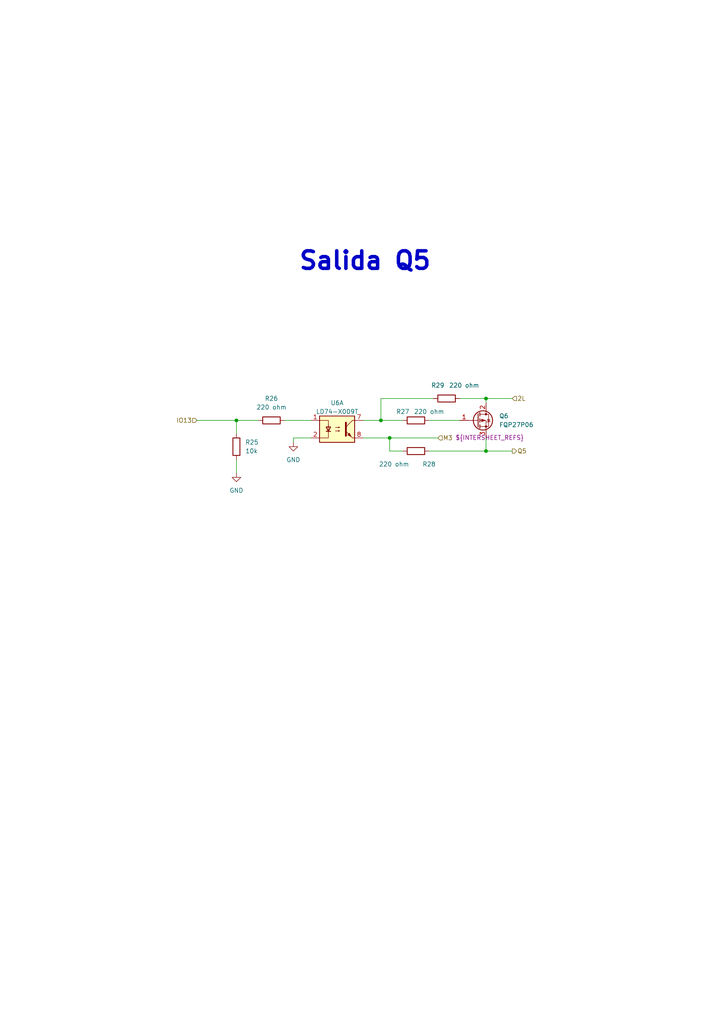
<source format=kicad_sch>
(kicad_sch (version 20221004) (generator eeschema)
  (paper "A4" portrait)
  (title_block (date "2022-10-09") (rev "José Luis Laica"))
  (lib_symbols
    (symbol "Device:R" (pin_numbers hide) (pin_names (offset 0))
      (property "Reference" "R" (at 2.032 0 90))
      (property "Value" "R" (at 0 0 90))
      (symbol "R_0_1"
        (rectangle (start -1.016 -2.54) (end 1.016 2.54) (stroke (width 0.254)))
      )
      (symbol "R_1_1"
        (pin passive line (at 0 3.81 270) (length 1.27) (name "~") (number "1"))
        (pin passive line (at 0 -3.81 90) (length 1.27) (name "~") (number "2"))
      )
    )
    (symbol "Isolator:ILD74" (pin_names (offset 1.016))
      (property "Reference" "U" (at -5.08 5.08 0))
      (property "Value" "ILD74" (at 0 5.08 0))
      (symbol "ILD74_0_1"
        (rectangle (start -5.08 3.81) (end 5.08 -3.81) (stroke (width 0.254)) (fill (type background)))
        (polyline (pts (xy -3.175 -0.635) (xy -1.905 -0.635)) (stroke (width 0.254)))
        (polyline (pts (xy 2.54 0.635) (xy 4.445 2.54)))
        (polyline (pts (xy 4.445 -2.54) (xy 2.54 -0.635)) (fill (type outline)))
        (polyline (pts (xy 4.445 -2.54) (xy 5.08 -2.54)))
        (polyline (pts (xy 4.445 2.54) (xy 5.08 2.54)))
        (polyline (pts (xy -5.08 2.54) (xy -2.54 2.54) (xy -2.54 0.635)))
        (polyline (pts (xy 2.54 1.905) (xy 2.54 -1.905) (xy 2.54 -1.905)) (stroke (width 0.508)))
        (polyline (pts (xy -2.54 -0.635) (xy -3.175 0.635) (xy -1.905 0.635) (xy -2.54 -0.635)) (stroke (width 0.254)))
        (polyline (pts (xy -2.54 -0.635) (xy -2.54 1.27) (xy -2.54 -2.54) (xy -5.08 -2.54)))
        (polyline (pts (xy -0.508 -0.508) (xy 0.762 -0.508) (xy 0.381 -0.635) (xy 0.381 -0.381) (xy 0.762 -0.508)))
        (polyline (pts (xy -0.508 0.508) (xy 0.762 0.508) (xy 0.381 0.381) (xy 0.381 0.635) (xy 0.762 0.508)))
        (polyline (pts (xy 3.048 -1.651) (xy 3.556 -1.143) (xy 4.064 -2.159) (xy 3.048 -1.651) (xy 3.048 -1.651)) (fill (type outline)))
      )
      (symbol "ILD74_1_1"
        (pin passive line (at -7.62 2.54 0) (length 2.54) (name "~") (number "1"))
        (pin passive line (at -7.62 -2.54 0) (length 2.54) (name "~") (number "2"))
        (pin passive line (at 7.62 2.54 180) (length 2.54) (name "~") (number "7"))
        (pin passive line (at 7.62 -2.54 180) (length 2.54) (name "~") (number "8"))
      )
      (symbol "ILD74_2_1"
        (pin passive line (at -7.62 -2.54 0) (length 2.54) (name "~") (number "3"))
        (pin passive line (at -7.62 2.54 0) (length 2.54) (name "~") (number "4"))
        (pin passive line (at 7.62 -2.54 180) (length 2.54) (name "~") (number "5"))
        (pin passive line (at 7.62 2.54 180) (length 2.54) (name "~") (number "6"))
      )
    )
    (symbol "Transistor_FET:FQP27P06" (pin_names hide)
      (property "Reference" "Q" (at 5.08 1.905 0))
      (property "Value" "FQP27P06" (at 5.08 0 0))
      (symbol "FQP27P06_0_1"
        (polyline (pts (xy 0.254 0) (xy -2.54 0)))
        (polyline (pts (xy 0.254 1.905) (xy 0.254 -1.905)) (stroke (width 0.254)))
        (polyline (pts (xy 0.762 -1.27) (xy 0.762 -2.286)) (stroke (width 0.254)))
        (polyline (pts (xy 0.762 0.508) (xy 0.762 -0.508)) (stroke (width 0.254)))
        (polyline (pts (xy 0.762 2.286) (xy 0.762 1.27)) (stroke (width 0.254)))
        (polyline (pts (xy 2.54 2.54) (xy 2.54 1.778)))
        (polyline (pts (xy 2.54 -2.54) (xy 2.54 0) (xy 0.762 0)))
        (polyline (pts (xy 0.762 1.778) (xy 3.302 1.778) (xy 3.302 -1.778) (xy 0.762 -1.778)))
        (polyline (pts (xy 2.286 0) (xy 1.27 0.381) (xy 1.27 -0.381) (xy 2.286 0)) (fill (type outline)))
        (polyline (pts (xy 2.794 -0.508) (xy 2.921 -0.381) (xy 3.683 -0.381) (xy 3.81 -0.254)))
        (polyline (pts (xy 3.302 -0.381) (xy 2.921 0.254) (xy 3.683 0.254) (xy 3.302 -0.381)))
        (circle (center 1.651 0) (radius 2.794) (stroke (width 0.254)))
        (circle (center 2.54 -1.778) (radius 0.254) (fill (type outline)))
        (circle (center 2.54 1.778) (radius 0.254) (fill (type outline)))
      )
      (symbol "FQP27P06_1_1"
        (pin input line (at -5.08 0 0) (length 2.54) (name "G") (number "1"))
        (pin passive line (at 2.54 5.08 270) (length 2.54) (name "D") (number "2"))
        (pin passive line (at 2.54 -5.08 90) (length 2.54) (name "S") (number "3"))
      )
    )
    (symbol "power:GND" (power) (pin_names (offset 0))
      (property "Value" "GND" (at 0 -3.81 0))
      (symbol "GND_0_1"
        (polyline (pts (xy 0 0) (xy 0 -1.27) (xy 1.27 -1.27) (xy 0 -2.54) (xy -1.27 -1.27) (xy 0 -1.27)))
      )
      (symbol "GND_1_1"
        (pin power_in line (at 0 0 270) (length 0) hide (name "GND") (number "1"))
      )
    )
  )
  (junction (at 140.97 115.57))
  (junction (at 68.58 121.92))
  (junction (at 113.03 127))
  (junction (at 140.97 130.81))
  (junction (at 110.49 121.92))
  (wire (pts (xy 140.97 130.81) (xy 148.59 130.81)))
  (wire (pts (xy 116.84 130.81) (xy 113.03 130.81)))
  (wire (pts (xy 82.55 121.92) (xy 90.17 121.92)))
  (wire (pts (xy 105.41 121.92) (xy 110.49 121.92)))
  (wire (pts (xy 124.46 130.81) (xy 140.97 130.81)))
  (wire (pts (xy 110.49 121.92) (xy 116.84 121.92)))
  (wire (pts (xy 57.15 121.92) (xy 68.58 121.92)))
  (wire (pts (xy 113.03 130.81) (xy 113.03 127)))
  (wire (pts (xy 113.03 127) (xy 127 127)))
  (wire (pts (xy 124.46 121.92) (xy 133.35 121.92)))
  (wire (pts (xy 140.97 130.81) (xy 140.97 127)))
  (wire (pts (xy 110.49 115.57) (xy 110.49 121.92)))
  (wire (pts (xy 68.58 133.35) (xy 68.58 137.16)))
  (wire (pts (xy 113.03 127) (xy 105.41 127)))
  (wire (pts (xy 133.35 115.57) (xy 140.97 115.57)))
  (wire (pts (xy 140.97 115.57) (xy 140.97 116.84)))
  (wire (pts (xy 90.17 127) (xy 85.09 127)))
  (wire (pts (xy 68.58 121.92) (xy 74.93 121.92)))
  (wire (pts (xy 68.58 121.92) (xy 68.58 125.73)))
  (wire (pts (xy 140.97 115.57) (xy 148.59 115.57)))
  (wire (pts (xy 125.73 115.57) (xy 110.49 115.57)))
  (wire (pts (xy 85.09 127) (xy 85.09 128.27)))
  (text "Salida Q5" (at 86.36 78.74 0) (effects (font (size 5.08 5.08) (thickness 1.016) bold) (justify left bottom)))
  (hierarchical_label "M3" (shape input) (at 127 127 0) (property "Intersheet References" "${INTERSHEET_REFS}" (at 132.0741 126.9206 0) (effects (justify left))))
  (hierarchical_label "IO13" (shape input) (at 57.15 121.92 180))
  (hierarchical_label "2L" (shape input) (at 148.59 115.57 0))
  (hierarchical_label "Q5" (shape output) (at 148.59 130.81 0))
  (symbol (lib_id "power:GND") (at 68.58 137.16 0) (unit 1)
    (property "Reference" "#PWR020" (effects hide))
    (property "Value" "GND" (at 68.58 142.24 0))
  )
  (symbol (lib_id "Device:R") (at 68.58 129.54 0) (unit 1)
    (property "Reference" "R25" (at 71.12 128.2699 0) (effects (justify left)))
    (property "Value" "10k" (at 71.12 130.8099 0) (effects (justify left)))
    (property "Footprint" "Resistor_SMD:R_0603_1608Metric" (effects hide))
  )
  (symbol (lib_id "Device:R") (at 120.65 130.81 90) (unit 1)
    (property "Reference" "R28" (at 124.46 134.62 90))
    (property "Value" "220 ohm" (at 114.3 134.62 90))
    (property "Footprint" "Resistor_SMD:R_0603_1608Metric" (effects hide))
  )
  (symbol (lib_id "Device:R") (at 129.54 115.57 90) (unit 1)
    (property "Reference" "R29" (at 127 111.76 90))
    (property "Value" "220 ohm" (at 134.62 111.76 90))
    (property "Footprint" "Resistor_SMD:R_0603_1608Metric" (effects hide))
  )
  (symbol (lib_id "Isolator:ILD74") (at 97.79 124.46 0) (unit 1)
    (property "Reference" "U6" (at 97.79 116.84 0))
    (property "Value" "LD74-X009T" (at 97.79 119.38 0))
    (property "Footprint" "Package_DIP:DIP-8_W8.89mm_SMDSocket_LongPads" (effects hide))
    (property "Datasheet" "https://www.vishay.com/docs/83640/ild74.pdf" (effects hide))
    (property "Datasheet" "https://www.vishay.com/docs/83640/ild74.pdf" (effects hide))
  )
  (symbol (lib_id "power:GND") (at 85.09 128.27 0) (unit 1)
    (property "Reference" "#PWR021" (effects hide))
    (property "Value" "GND" (at 85.09 133.35 0))
  )
  (symbol (lib_id "Device:R") (at 120.65 121.92 90) (unit 1)
    (property "Reference" "R27" (at 116.84 119.38 90))
    (property "Value" "220 ohm" (at 124.46 119.38 90))
    (property "Footprint" "Resistor_SMD:R_0603_1608Metric" (effects hide))
  )
  (symbol (lib_id "Transistor_FET:FQP27P06") (at 138.43 121.92 0) (unit 1)
    (property "Reference" "Q6" (at 144.78 120.6499 0) (effects (justify left)))
    (property "Value" "FQP27P06" (at 144.78 123.1899 0) (effects (justify left)))
    (property "Footprint" "Package_TO_SOT_SMD:TO-252-3_TabPin2" (effects hide))
    (property "Datasheet" "https://www.onsemi.com/pub/Collateral/FQP27P06-D.PDF" (effects hide))
  )
  (symbol (lib_id "Device:R") (at 78.74 121.92 90) (unit 1)
    (property "Reference" "R26" (at 78.74 115.57 90))
    (property "Value" "220 ohm" (at 78.74 118.11 90))
    (property "Footprint" "Resistor_SMD:R_0603_1608Metric" (effects hide))
  )
)
</source>
